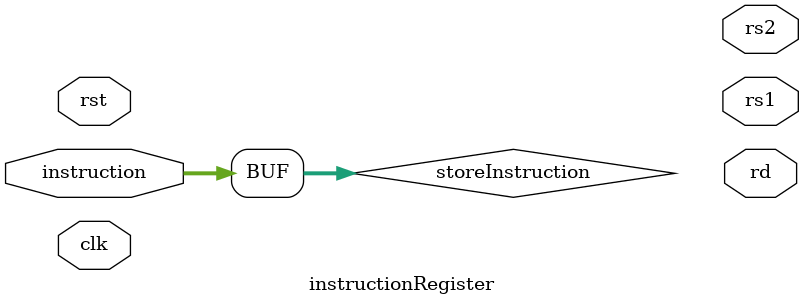
<source format=v>
module instructionRegister(
    input [31:0] instruction,
    input clk, rst,
    output [4:0] rs1, rs2, rd
);
    reg [31:0] storeInstruction;  
    assign storeInstruction = instruction; 

    always@(posedge clk)
        begin
        end
endmodule

                
            

</source>
